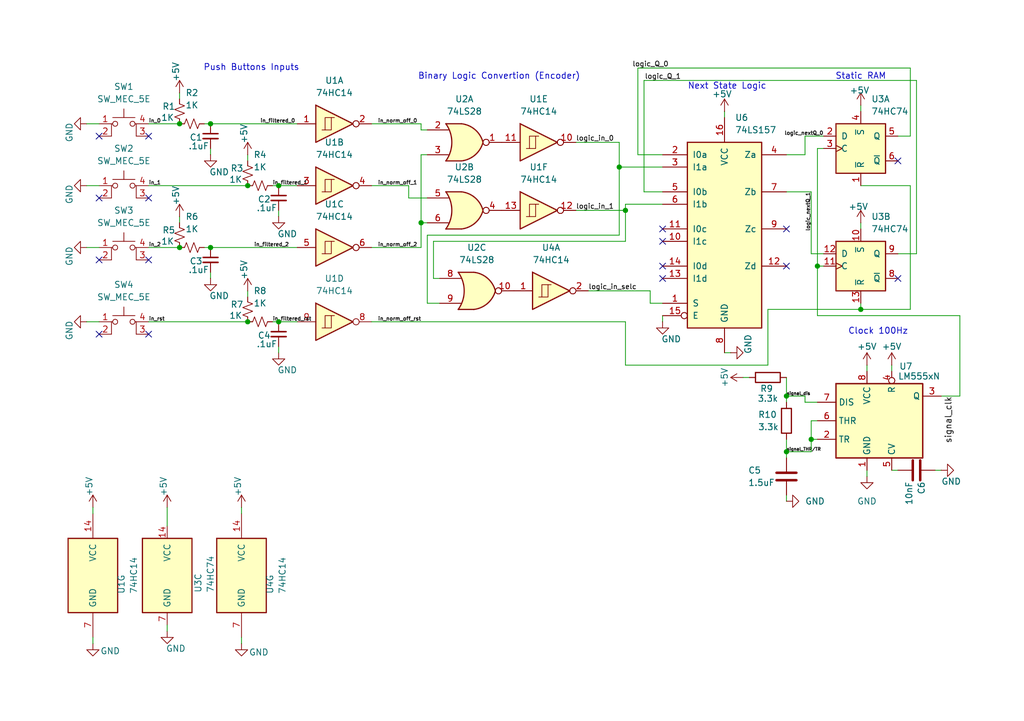
<source format=kicad_sch>
(kicad_sch (version 20250114) (generator "eeschema") (generator_version "9.0")
  (paper "A5")
  (title_block (title "Adjustable Digital Resistor") (date "2025-12-10") (rev "1"))
  (lib_symbols
    (symbol "74xx:74HC14" (pin_names (offset 1.016))
      (property "Reference" "U" (at 0 1.27 0))
      (property "Value" "74HC14" (at 0 -1.27 0))
      (symbol "74HC14_1_0"
        (polyline (pts (xy -3.81 3.81) (xy -3.81 -3.81) (xy 3.81 0) (xy -3.81 3.81)) (stroke (width 0.254)) (fill (type background)))
        (pin input line (at -7.62 0 0) (length 3.81) (name "~") (number "1"))
        (pin output inverted (at 7.62 0 180) (length 3.81) (name "~") (number "2"))
      )
      (symbol "74HC14_1_1"
        (polyline (pts (xy -2.54 -1.27) (xy -0.635 -1.27) (xy -0.635 1.27) (xy 0 1.27)))
        (polyline (pts (xy -1.905 -1.27) (xy -1.905 1.27) (xy -0.635 1.27)))
      )
      (symbol "74HC14_2_0"
        (polyline (pts (xy -3.81 3.81) (xy -3.81 -3.81) (xy 3.81 0) (xy -3.81 3.81)) (stroke (width 0.254)) (fill (type background)))
        (pin input line (at -7.62 0 0) (length 3.81) (name "~") (number "3"))
        (pin output inverted (at 7.62 0 180) (length 3.81) (name "~") (number "4"))
      )
      (symbol "74HC14_2_1"
        (polyline (pts (xy -2.54 -1.27) (xy -0.635 -1.27) (xy -0.635 1.27) (xy 0 1.27)))
        (polyline (pts (xy -1.905 -1.27) (xy -1.905 1.27) (xy -0.635 1.27)))
      )
      (symbol "74HC14_3_0"
        (polyline (pts (xy -3.81 3.81) (xy -3.81 -3.81) (xy 3.81 0) (xy -3.81 3.81)) (stroke (width 0.254)) (fill (type background)))
        (pin input line (at -7.62 0 0) (length 3.81) (name "~") (number "5"))
        (pin output inverted (at 7.62 0 180) (length 3.81) (name "~") (number "6"))
      )
      (symbol "74HC14_3_1"
        (polyline (pts (xy -2.54 -1.27) (xy -0.635 -1.27) (xy -0.635 1.27) (xy 0 1.27)))
        (polyline (pts (xy -1.905 -1.27) (xy -1.905 1.27) (xy -0.635 1.27)))
      )
      (symbol "74HC14_4_0"
        (polyline (pts (xy -3.81 3.81) (xy -3.81 -3.81) (xy 3.81 0) (xy -3.81 3.81)) (stroke (width 0.254)) (fill (type background)))
        (pin input line (at -7.62 0 0) (length 3.81) (name "~") (number "9"))
        (pin output inverted (at 7.62 0 180) (length 3.81) (name "~") (number "8"))
      )
      (symbol "74HC14_4_1"
        (polyline (pts (xy -2.54 -1.27) (xy -0.635 -1.27) (xy -0.635 1.27) (xy 0 1.27)))
        (polyline (pts (xy -1.905 -1.27) (xy -1.905 1.27) (xy -0.635 1.27)))
      )
      (symbol "74HC14_5_0"
        (polyline (pts (xy -3.81 3.81) (xy -3.81 -3.81) (xy 3.81 0) (xy -3.81 3.81)) (stroke (width 0.254)) (fill (type background)))
        (pin input line (at -7.62 0 0) (length 3.81) (name "~") (number "11"))
        (pin output inverted (at 7.62 0 180) (length 3.81) (name "~") (number "10"))
      )
      (symbol "74HC14_5_1"
        (polyline (pts (xy -2.54 -1.27) (xy -0.635 -1.27) (xy -0.635 1.27) (xy 0 1.27)))
        (polyline (pts (xy -1.905 -1.27) (xy -1.905 1.27) (xy -0.635 1.27)))
      )
      (symbol "74HC14_6_0"
        (polyline (pts (xy -3.81 3.81) (xy -3.81 -3.81) (xy 3.81 0) (xy -3.81 3.81)) (stroke (width 0.254)) (fill (type background)))
        (pin input line (at -7.62 0 0) (length 3.81) (name "~") (number "13"))
        (pin output inverted (at 7.62 0 180) (length 3.81) (name "~") (number "12"))
      )
      (symbol "74HC14_6_1"
        (polyline (pts (xy -2.54 -1.27) (xy -0.635 -1.27) (xy -0.635 1.27) (xy 0 1.27)))
        (polyline (pts (xy -1.905 -1.27) (xy -1.905 1.27) (xy -0.635 1.27)))
      )
      (symbol "74HC14_7_0"
        (pin power_in line (at 0 12.7 270) (length 5.08) (name "VCC") (number "14"))
        (pin power_in line (at 0 -12.7 90) (length 5.08) (name "GND") (number "7"))
      )
      (symbol "74HC14_7_1"
        (rectangle (start -5.08 7.62) (end 5.08 -7.62) (stroke (width 0.254)) (fill (type background)))
      )
    )
    (symbol "74xx:74HC74" (pin_names (offset 1.016))
      (property "Reference" "U" (at -7.62 8.89 0))
      (property "Value" "74HC74" (at -7.62 -8.89 0))
      (symbol "74HC74_1_0"
        (pin input line (at -7.62 2.54 0) (length 2.54) (name "D") (number "2"))
        (pin input clock (at -7.62 0 0) (length 2.54) (name "C") (number "3"))
        (pin input line (at 0 7.62 270) (length 2.54) (name "~{S}") (number "4"))
        (pin input line (at 0 -7.62 90) (length 2.54) (name "~{R}") (number "1"))
        (pin output line (at 7.62 2.54 180) (length 2.54) (name "Q") (number "5"))
        (pin output line (at 7.62 -2.54 180) (length 2.54) (name "~{Q}") (number "6"))
      )
      (symbol "74HC74_1_1"
        (rectangle (start -5.08 5.08) (end 5.08 -5.08) (stroke (width 0.254)) (fill (type background)))
      )
      (symbol "74HC74_2_0"
        (pin input line (at -7.62 2.54 0) (length 2.54) (name "D") (number "12"))
        (pin input clock (at -7.62 0 0) (length 2.54) (name "C") (number "11"))
        (pin input line (at 0 7.62 270) (length 2.54) (name "~{S}") (number "10"))
        (pin input line (at 0 -7.62 90) (length 2.54) (name "~{R}") (number "13"))
        (pin output line (at 7.62 2.54 180) (length 2.54) (name "Q") (number "9"))
        (pin output line (at 7.62 -2.54 180) (length 2.54) (name "~{Q}") (number "8"))
      )
      (symbol "74HC74_2_1"
        (rectangle (start -5.08 5.08) (end 5.08 -5.08) (stroke (width 0.254)) (fill (type background)))
      )
      (symbol "74HC74_3_0"
        (pin power_in line (at 0 10.16 270) (length 2.54) (name "VCC") (number "14"))
        (pin power_in line (at 0 -10.16 90) (length 2.54) (name "GND") (number "7"))
      )
      (symbol "74HC74_3_1"
        (rectangle (start -5.08 7.62) (end 5.08 -7.62) (stroke (width 0.254)) (fill (type background)))
      )
    )
    (symbol "74xx:74LS157" (pin_names (offset 1.016))
      (property "Reference" "U" (at -7.62 19.05 0))
      (property "Value" "74LS157" (at -7.62 -21.59 0))
      (symbol "74LS157_1_0"
        (pin input line (at -12.7 15.24 0) (length 5.08) (name "I0a") (number "2"))
        (pin input line (at -12.7 12.7 0) (length 5.08) (name "I1a") (number "3"))
        (pin input line (at -12.7 7.62 0) (length 5.08) (name "I0b") (number "5"))
        (pin input line (at -12.7 5.08 0) (length 5.08) (name "I1b") (number "6"))
        (pin input line (at -12.7 0 0) (length 5.08) (name "I0c") (number "11"))
        (pin input line (at -12.7 -2.54 0) (length 5.08) (name "I1c") (number "10"))
        (pin input line (at -12.7 -7.62 0) (length 5.08) (name "I0d") (number "14"))
        (pin input line (at -12.7 -10.16 0) (length 5.08) (name "I1d") (number "13"))
        (pin input line (at -12.7 -15.24 0) (length 5.08) (name "S") (number "1"))
        (pin input inverted (at -12.7 -17.78 0) (length 5.08) (name "E") (number "15"))
        (pin power_in line (at 0 22.86 270) (length 5.08) (name "VCC") (number "16"))
        (pin power_in line (at 0 -25.4 90) (length 5.08) (name "GND") (number "8"))
        (pin output line (at 12.7 15.24 180) (length 5.08) (name "Za") (number "4"))
        (pin output line (at 12.7 7.62 180) (length 5.08) (name "Zb") (number "7"))
        (pin output line (at 12.7 0 180) (length 5.08) (name "Zc") (number "9"))
        (pin output line (at 12.7 -7.62 180) (length 5.08) (name "Zd") (number "12"))
      )
      (symbol "74LS157_1_1"
        (rectangle (start -7.62 17.78) (end 7.62 -20.32) (stroke (width 0.254)) (fill (type background)))
      )
    )
    (symbol "74xx:74LS28" (pin_names (offset 1.016))
      (property "Reference" "U" (at 0 1.27 0))
      (property "Value" "74LS28" (at 0 -1.27 0))
      (symbol "74LS28_1_1"
        (arc (start -3.81 3.81) (mid -2.589 0) (end -3.81 -3.81) (stroke (width 0.254)))
        (polyline (pts (xy -3.81 3.81) (xy -0.635 3.81)) (stroke (width 0.254)) (fill (type background)))
        (polyline (pts (xy -3.81 -3.81) (xy -0.635 -3.81)) (stroke (width 0.254)) (fill (type background)))
        (arc (start 3.81 0) (mid 2.1855 -2.584) (end -0.6096 -3.81) (stroke (width 0.254)) (fill (type background)))
        (arc (start -0.6096 3.81) (mid 2.1928 2.5924) (end 3.81 0) (stroke (width 0.254)) (fill (type background)))
        (polyline (pts (xy -0.635 3.81) (xy -3.81 3.81) (xy -3.81 3.81) (xy -3.556 3.4036) (xy -3.0226 2.2606) (xy -2.6924 1.0414) (xy -2.6162 -0.254) (xy -2.7686 -1.4986) (xy -3.175 -2.7178) (xy -3.81 -3.81) (xy -3.81 -3.81) (xy -0.635 -3.81)) (stroke (width -25.4)) (fill (type background)))
        (pin input line (at -7.62 2.54 0) (length 4.318) (name "~") (number "2"))
        (pin input line (at -7.62 -2.54 0) (length 4.318) (name "~") (number "3"))
        (pin output inverted (at 7.62 0 180) (length 3.81) (name "~") (number "1"))
      )
      (symbol "74LS28_1_2"
        (arc (start 0 3.81) (mid 3.7934 0) (end 0 -3.81) (stroke (width 0.254)) (fill (type background)))
        (polyline (pts (xy 0 3.81) (xy -3.81 3.81) (xy -3.81 -3.81) (xy 0 -3.81)) (stroke (width 0.254)) (fill (type background)))
        (pin input inverted (at -7.62 2.54 0) (length 3.81) (name "~") (number "2"))
        (pin input inverted (at -7.62 -2.54 0) (length 3.81) (name "~") (number "3"))
        (pin output line (at 7.62 0 180) (length 3.81) (name "~") (number "1"))
      )
      (symbol "74LS28_2_1"
        (arc (start -3.81 3.81) (mid -2.589 0) (end -3.81 -3.81) (stroke (width 0.254)))
        (polyline (pts (xy -3.81 3.81) (xy -0.635 3.81)) (stroke (width 0.254)) (fill (type background)))
        (polyline (pts (xy -3.81 -3.81) (xy -0.635 -3.81)) (stroke (width 0.254)) (fill (type background)))
        (arc (start 3.81 0) (mid 2.1855 -2.584) (end -0.6096 -3.81) (stroke (width 0.254)) (fill (type background)))
        (arc (start -0.6096 3.81) (mid 2.1928 2.5924) (end 3.81 0) (stroke (width 0.254)) (fill (type background)))
        (polyline (pts (xy -0.635 3.81) (xy -3.81 3.81) (xy -3.81 3.81) (xy -3.556 3.4036) (xy -3.0226 2.2606) (xy -2.6924 1.0414) (xy -2.6162 -0.254) (xy -2.7686 -1.4986) (xy -3.175 -2.7178) (xy -3.81 -3.81) (xy -3.81 -3.81) (xy -0.635 -3.81)) (stroke (width -25.4)) (fill (type background)))
        (pin input line (at -7.62 2.54 0) (length 4.318) (name "~") (number "5"))
        (pin input line (at -7.62 -2.54 0) (length 4.318) (name "~") (number "6"))
        (pin output inverted (at 7.62 0 180) (length 3.81) (name "~") (number "4"))
      )
      (symbol "74LS28_2_2"
        (arc (start 0 3.81) (mid 3.7934 0) (end 0 -3.81) (stroke (width 0.254)) (fill (type background)))
        (polyline (pts (xy 0 3.81) (xy -3.81 3.81) (xy -3.81 -3.81) (xy 0 -3.81)) (stroke (width 0.254)) (fill (type background)))
        (pin input inverted (at -7.62 2.54 0) (length 3.81) (name "~") (number "5"))
        (pin input inverted (at -7.62 -2.54 0) (length 3.81) (name "~") (number "6"))
        (pin output line (at 7.62 0 180) (length 3.81) (name "~") (number "4"))
      )
      (symbol "74LS28_3_1"
        (arc (start -3.81 3.81) (mid -2.589 0) (end -3.81 -3.81) (stroke (width 0.254)))
        (polyline (pts (xy -3.81 3.81) (xy -0.635 3.81)) (stroke (width 0.254)) (fill (type background)))
        (polyline (pts (xy -3.81 -3.81) (xy -0.635 -3.81)) (stroke (width 0.254)) (fill (type background)))
        (arc (start 3.81 0) (mid 2.1855 -2.584) (end -0.6096 -3.81) (stroke (width 0.254)) (fill (type background)))
        (arc (start -0.6096 3.81) (mid 2.1928 2.5924) (end 3.81 0) (stroke (width 0.254)) (fill (type background)))
        (polyline (pts (xy -0.635 3.81) (xy -3.81 3.81) (xy -3.81 3.81) (xy -3.556 3.4036) (xy -3.0226 2.2606) (xy -2.6924 1.0414) (xy -2.6162 -0.254) (xy -2.7686 -1.4986) (xy -3.175 -2.7178) (xy -3.81 -3.81) (xy -3.81 -3.81) (xy -0.635 -3.81)) (stroke (width -25.4)) (fill (type background)))
        (pin input line (at -7.62 2.54 0) (length 4.318) (name "~") (number "8"))
        (pin input line (at -7.62 -2.54 0) (length 4.318) (name "~") (number "9"))
        (pin output inverted (at 7.62 0 180) (length 3.81) (name "~") (number "10"))
      )
      (symbol "74LS28_3_2"
        (arc (start 0 3.81) (mid 3.7934 0) (end 0 -3.81) (stroke (width 0.254)) (fill (type background)))
        (polyline (pts (xy 0 3.81) (xy -3.81 3.81) (xy -3.81 -3.81) (xy 0 -3.81)) (stroke (width 0.254)) (fill (type background)))
        (pin input inverted (at -7.62 2.54 0) (length 3.81) (name "~") (number "8"))
        (pin input inverted (at -7.62 -2.54 0) (length 3.81) (name "~") (number "9"))
        (pin output line (at 7.62 0 180) (length 3.81) (name "~") (number "10"))
      )
      (symbol "74LS28_4_1"
        (arc (start -3.81 3.81) (mid -2.589 0) (end -3.81 -3.81) (stroke (width 0.254)))
        (polyline (pts (xy -3.81 3.81) (xy -0.635 3.81)) (stroke (width 0.254)) (fill (type background)))
        (polyline (pts (xy -3.81 -3.81) (xy -0.635 -3.81)) (stroke (width 0.254)) (fill (type background)))
        (arc (start 3.81 0) (mid 2.1855 -2.584) (end -0.6096 -3.81) (stroke (width 0.254)) (fill (type background)))
        (arc (start -0.6096 3.81) (mid 2.1928 2.5924) (end 3.81 0) (stroke (width 0.254)) (fill (type background)))
        (polyline (pts (xy -0.635 3.81) (xy -3.81 3.81) (xy -3.81 3.81) (xy -3.556 3.4036) (xy -3.0226 2.2606) (xy -2.6924 1.0414) (xy -2.6162 -0.254) (xy -2.7686 -1.4986) (xy -3.175 -2.7178) (xy -3.81 -3.81) (xy -3.81 -3.81) (xy -0.635 -3.81)) (stroke (width -25.4)) (fill (type background)))
        (pin input line (at -7.62 2.54 0) (length 4.318) (name "~") (number "11"))
        (pin input line (at -7.62 -2.54 0) (length 4.318) (name "~") (number "12"))
        (pin output inverted (at 7.62 0 180) (length 3.81) (name "~") (number "13"))
      )
      (symbol "74LS28_4_2"
        (arc (start 0 3.81) (mid 3.7934 0) (end 0 -3.81) (stroke (width 0.254)) (fill (type background)))
        (polyline (pts (xy 0 3.81) (xy -3.81 3.81) (xy -3.81 -3.81) (xy 0 -3.81)) (stroke (width 0.254)) (fill (type background)))
        (pin input inverted (at -7.62 2.54 0) (length 3.81) (name "~") (number "11"))
        (pin input inverted (at -7.62 -2.54 0) (length 3.81) (name "~") (number "12"))
        (pin output line (at 7.62 0 180) (length 3.81) (name "~") (number "13"))
      )
      (symbol "74LS28_5_0"
        (pin power_in line (at 0 12.7 270) (length 5.08) (name "VCC") (number "14"))
        (pin power_in line (at 0 -12.7 90) (length 5.08) (name "GND") (number "7"))
      )
      (symbol "74LS28_5_1"
        (rectangle (start -5.08 7.62) (end 5.08 -7.62) (stroke (width 0.254)) (fill (type background)))
      )
    )
    (symbol "Device:C" (pin_numbers (hide yes)) (pin_names (offset 0.254))
      (property "Reference" "C" (at 0.635 2.54 0))
      (property "Value" "C" (at 0.635 -2.54 0))
      (symbol "C_0_1"
        (polyline (pts (xy -2.032 0.762) (xy 2.032 0.762)) (stroke (width 0.508)))
        (polyline (pts (xy -2.032 -0.762) (xy 2.032 -0.762)) (stroke (width 0.508)))
      )
      (symbol "C_1_1"
        (pin passive line (at 0 3.81 270) (length 2.794) (name "~") (number "1"))
        (pin passive line (at 0 -3.81 90) (length 2.794) (name "~") (number "2"))
      )
    )
    (symbol "Device:C_Small" (pin_numbers (hide yes)) (pin_names (offset 0.254) (hide yes))
      (property "Reference" "C" (at 0.254 1.778 0))
      (property "Value" "C_Small" (at 0.254 -2.032 0))
      (symbol "C_Small_0_1"
        (polyline (pts (xy -1.524 0.508) (xy 1.524 0.508)) (stroke (width 0.3048)))
        (polyline (pts (xy -1.524 -0.508) (xy 1.524 -0.508)) (stroke (width 0.3302)))
      )
      (symbol "C_Small_1_1"
        (pin passive line (at 0 2.54 270) (length 2.032) (name "~") (number "1"))
        (pin passive line (at 0 -2.54 90) (length 2.032) (name "~") (number "2"))
      )
    )
    (symbol "Device:R" (pin_numbers (hide yes)) (pin_names (offset 0))
      (property "Reference" "R" (at 2.032 0 90))
      (property "Value" "R" (at 0 0 90))
      (symbol "R_0_1"
        (rectangle (start -1.016 -2.54) (end 1.016 2.54) (stroke (width 0.254)))
      )
      (symbol "R_1_1"
        (pin passive line (at 0 3.81 270) (length 1.27) (name "~") (number "1"))
        (pin passive line (at 0 -3.81 90) (length 1.27) (name "~") (number "2"))
      )
    )
    (symbol "Device:R_Small_US" (pin_numbers (hide yes)) (pin_names (offset 0.254) (hide yes))
      (property "Reference" "R" (at 0.762 0.508 0))
      (property "Value" "R_Small_US" (at 0.762 -1.016 0))
      (symbol "R_Small_US_1_1"
        (polyline (pts (xy 0 1.524) (xy 1.016 1.143) (xy 0 0.762) (xy -1.016 0.381) (xy 0 0)))
        (polyline (pts (xy 0 0) (xy 1.016 -0.381) (xy 0 -0.762) (xy -1.016 -1.143) (xy 0 -1.524)))
        (pin passive line (at 0 2.54 270) (length 1.016) (name "~") (number "1"))
        (pin passive line (at 0 -2.54 90) (length 1.016) (name "~") (number "2"))
      )
    )
    (symbol "LM555xN_1"
      (property "Reference" "U7" (at 5.588 11.176 0))
      (property "Value" "LM555xN" (at 5.334 9.144 0))
      (symbol "LM555xN_1_0_0"
        (pin power_in line (at -2.54 10.16 270) (length 2.54) (name "VCC") (number "8"))
        (pin power_in line (at -2.54 -10.16 90) (length 2.54) (name "GND") (number "1"))
      )
      (symbol "LM555xN_1_0_1"
        (rectangle (start -8.89 -7.62) (end 8.89 7.62) (stroke (width 0.254)) (fill (type background)))
        (rectangle (start -8.89 -7.62) (end 8.89 7.62) (stroke (width 0.254)) (fill (type background)))
      )
      (symbol "LM555xN_1_1_1"
        (pin input line (at -12.7 3.81 0) (length 3.81) (name "DIS") (number "7"))
        (pin input line (at -12.7 0 0) (length 3.81) (name "THR") (number "6"))
        (pin input line (at -12.7 -3.81 0) (length 3.81) (name "TR") (number "2"))
        (pin input inverted (at 2.54 10.16 270) (length 2.54) (name "R") (number "4"))
        (pin input line (at 2.54 -10.16 90) (length 2.54) (name "CV") (number "5"))
        (pin output line (at 12.7 5.08 180) (length 3.81) (name "Q") (number "3"))
      )
    )
    (symbol "Switch:SW_MEC_5E" (pin_names (offset 1.016) (hide yes))
      (property "Reference" "SW" (at 0.635 5.715 0))
      (property "Value" "SW_MEC_5E" (at 0 -3.175 0))
      (symbol "SW_MEC_5E_0_1"
        (polyline (pts (xy -2.54 0) (xy -2.54 2.54) (xy -2.286 2.54)))
        (polyline (pts (xy -2.286 3.81) (xy 2.286 3.81)))
        (circle (center -1.778 2.54) (radius 0.508))
        (polyline (pts (xy 0 3.81) (xy 0 5.588)))
        (circle (center 1.778 2.54) (radius 0.508))
        (polyline (pts (xy 2.54 0) (xy 2.54 2.54) (xy 2.286 2.54)))
        (pin passive line (at -5.08 2.54 0) (length 2.54) (name "1") (number "1"))
        (pin passive line (at -5.08 0 0) (length 2.54) (name "2") (number "2"))
        (pin passive line (at 5.08 2.54 180) (length 2.54) (name "A") (number "4"))
        (pin passive line (at 5.08 0 180) (length 2.54) (name "K") (number "3"))
      )
    )
    (symbol "power:GND" (power) (pin_numbers (hide yes)) (pin_names (offset 0) (hide yes))
      (property "Value" "GND" (at 0 -3.81 0))
      (symbol "GND_0_1"
        (polyline (pts (xy 0 0) (xy 0 -1.27) (xy 1.27 -1.27) (xy 0 -2.54) (xy -1.27 -1.27) (xy 0 -1.27)))
      )
      (symbol "GND_1_1"
        (pin power_in line (at 0 0 270) (length 0) (name "~") (number "1"))
      )
    )
    (symbol "power:VDC" (power) (pin_numbers (hide yes)) (pin_names (offset 0) (hide yes))
      (property "Value" "VDC" (at 0 3.556 0))
      (symbol "VDC_0_1"
        (polyline (pts (xy -0.762 1.27) (xy 0 2.54)))
        (polyline (pts (xy 0 2.54) (xy 0.762 1.27)))
        (polyline (pts (xy 0 0) (xy 0 2.54)))
      )
      (symbol "VDC_1_1"
        (pin power_in line (at 0 0 90) (length 0) (name "~") (number "1"))
      )
    )
  )
  (text "Push Buttons Inputs\n " (at 51.562 14.986 0) (effects (font (size 1.27 1.27))))
  (text "Clock 100Hz" (at 180.086 68.072 0) (effects (font (size 1.27 1.27))))
  (text "Binary Logic Convertion (Encoder)\n" (at 102.362 15.748 0) (effects (font (size 1.27 1.27))))
  (text "Static RAM" (at 176.53 15.748 0) (effects (font (size 1.27 1.27))))
  (text "Next State Logic \n" (at 149.606 17.78 0) (effects (font (size 1.27 1.27))))
  (junction (at 36.83 25.4))
  (junction (at 161.29 81.28))
  (junction (at 86.36 45.72))
  (junction (at 57.15 38.1))
  (junction (at 50.8 38.1))
  (junction (at 167.64 54.61))
  (junction (at 161.29 92.71))
  (junction (at 127 34.29))
  (junction (at 166.37 90.17))
  (junction (at 176.53 63.5))
  (junction (at 43.18 25.4))
  (junction (at 43.18 50.8))
  (junction (at 36.83 50.8))
  (junction (at 50.8 66.04))
  (junction (at 128.27 43.18))
  (junction (at 57.15 66.04))
  (no_connect (at 161.29 46.99))
  (no_connect (at 184.15 57.15))
  (no_connect (at 161.29 54.61))
  (no_connect (at 20.32 27.94))
  (no_connect (at 20.32 68.58))
  (no_connect (at 20.32 53.34))
  (no_connect (at 135.89 57.15))
  (no_connect (at 30.48 53.34))
  (no_connect (at 30.48 40.64))
  (no_connect (at 135.89 46.99))
  (no_connect (at 135.89 49.53))
  (no_connect (at 20.32 40.64))
  (no_connect (at 30.48 68.58))
  (no_connect (at 135.89 54.61))
  (no_connect (at 184.15 33.02))
  (no_connect (at 30.48 27.94))
  (wire (pts (xy 87.63 31.75) (xy 86.36 31.75)))
  (wire (pts (xy 148.59 72.39) (xy 149.86 72.39)))
  (wire (pts (xy 165.1 82.55) (xy 165.1 81.28)))
  (wire (pts (xy 135.89 41.91) (xy 128.27 41.91)))
  (wire (pts (xy 135.89 34.29) (xy 127 34.29)))
  (wire (pts (xy 127 29.21) (xy 118.11 29.21)))
  (wire (pts (xy 161.29 39.37) (xy 166.37 39.37)))
  (wire (pts (xy 49.53 104.14) (xy 49.53 105.41)))
  (wire (pts (xy 43.18 30.48) (xy 43.18 31.75)))
  (wire (pts (xy 88.9 49.53) (xy 88.9 57.15)))
  (wire (pts (xy 184.15 27.94) (xy 186.69 27.94)))
  (wire (pts (xy 187.96 52.07) (xy 187.96 16.51)))
  (wire (pts (xy 57.15 38.1) (xy 60.96 38.1)))
  (wire (pts (xy 127 48.26) (xy 87.63 48.26)))
  (wire (pts (xy 186.69 13.97) (xy 130.81 13.97)))
  (wire (pts (xy 76.2 25.4) (xy 86.36 25.4)))
  (wire (pts (xy 30.48 50.8) (xy 36.83 50.8)))
  (wire (pts (xy 168.91 30.48) (xy 167.64 30.48)))
  (wire (pts (xy 186.69 38.1) (xy 186.69 63.5)))
  (wire (pts (xy 130.81 31.75) (xy 135.89 31.75)))
  (wire (pts (xy 128.27 41.91) (xy 128.27 43.18)))
  (wire (pts (xy 177.8 96.52) (xy 177.8 97.79)))
  (wire (pts (xy 167.64 30.48) (xy 167.64 54.61)))
  (wire (pts (xy 76.2 38.1) (xy 83.82 38.1)))
  (wire (pts (xy 128.27 49.53) (xy 88.9 49.53)))
  (wire (pts (xy 17.78 50.8) (xy 20.32 50.8)))
  (wire (pts (xy 34.29 104.14) (xy 34.29 107.95)))
  (wire (pts (xy 30.48 38.1) (xy 50.8 38.1)))
  (wire (pts (xy 49.53 130.81) (xy 49.53 132.08)))
  (wire (pts (xy 127 34.29) (xy 127 48.26)))
  (wire (pts (xy 135.89 64.77) (xy 135.89 66.04)))
  (wire (pts (xy 161.29 31.75) (xy 165.1 31.75)))
  (wire (pts (xy 76.2 50.8) (xy 86.36 50.8)))
  (wire (pts (xy 161.29 81.28) (xy 161.29 82.55)))
  (wire (pts (xy 165.1 82.55) (xy 167.64 82.55)))
  (wire (pts (xy 161.29 90.17) (xy 161.29 92.71)))
  (wire (pts (xy 120.65 59.69) (xy 133.35 59.69)))
  (wire (pts (xy 161.29 92.71) (xy 166.37 92.71)))
  (wire (pts (xy 157.48 63.5) (xy 157.48 74.93)))
  (wire (pts (xy 87.63 40.64) (xy 83.82 40.64)))
  (wire (pts (xy 196.85 81.28) (xy 196.85 64.77)))
  (wire (pts (xy 17.78 38.1) (xy 20.32 38.1)))
  (wire (pts (xy 191.77 96.52) (xy 193.04 96.52)))
  (wire (pts (xy 88.9 57.15) (xy 90.17 57.15)))
  (wire (pts (xy 19.05 130.81) (xy 19.05 132.08)))
  (wire (pts (xy 128.27 66.04) (xy 128.27 74.93)))
  (wire (pts (xy 132.08 39.37) (xy 135.89 39.37)))
  (wire (pts (xy 148.59 22.86) (xy 148.59 24.13)))
  (wire (pts (xy 176.53 63.5) (xy 186.69 63.5)))
  (wire (pts (xy 34.29 128.27) (xy 34.29 129.54)))
  (wire (pts (xy 166.37 92.71) (xy 166.37 90.17)))
  (wire (pts (xy 87.63 62.23) (xy 90.17 62.23)))
  (wire (pts (xy 128.27 43.18) (xy 118.11 43.18)))
  (wire (pts (xy 157.48 74.93) (xy 128.27 74.93)))
  (wire (pts (xy 55.88 38.1) (xy 57.15 38.1)))
  (wire (pts (xy 30.48 66.04) (xy 50.8 66.04)))
  (wire (pts (xy 43.18 50.8) (xy 60.96 50.8)))
  (wire (pts (xy 186.69 27.94) (xy 186.69 13.97)))
  (wire (pts (xy 166.37 86.36) (xy 166.37 90.17)))
  (wire (pts (xy 187.96 16.51) (xy 132.08 16.51)))
  (wire (pts (xy 57.15 43.18) (xy 57.15 44.45)))
  (wire (pts (xy 130.81 13.97) (xy 130.81 31.75)))
  (wire (pts (xy 87.63 48.26) (xy 87.63 62.23)))
  (wire (pts (xy 135.89 62.23) (xy 133.35 62.23)))
  (wire (pts (xy 133.35 62.23) (xy 133.35 59.69)))
  (wire (pts (xy 50.8 59.69) (xy 50.8 60.96)))
  (wire (pts (xy 167.64 54.61) (xy 167.64 64.77)))
  (wire (pts (xy 161.29 92.71) (xy 161.29 93.98)))
  (wire (pts (xy 43.18 25.4) (xy 60.96 25.4)))
  (wire (pts (xy 176.53 45.72) (xy 176.53 46.99)))
  (wire (pts (xy 76.2 66.04) (xy 128.27 66.04)))
  (wire (pts (xy 83.82 40.64) (xy 83.82 38.1)))
  (wire (pts (xy 132.08 16.51) (xy 132.08 39.37)))
  (wire (pts (xy 165.1 27.94) (xy 165.1 31.75)))
  (wire (pts (xy 166.37 90.17) (xy 167.64 90.17)))
  (wire (pts (xy 87.63 26.67) (xy 86.36 26.67)))
  (wire (pts (xy 50.8 31.75) (xy 50.8 33.02)))
  (wire (pts (xy 166.37 52.07) (xy 168.91 52.07)))
  (wire (pts (xy 167.64 86.36) (xy 166.37 86.36)))
  (wire (pts (xy 36.83 44.45) (xy 36.83 45.72)))
  (wire (pts (xy 167.64 54.61) (xy 168.91 54.61)))
  (wire (pts (xy 36.83 19.05) (xy 36.83 20.32)))
  (wire (pts (xy 176.53 62.23) (xy 176.53 63.5)))
  (wire (pts (xy 161.29 81.28) (xy 165.1 81.28)))
  (wire (pts (xy 41.91 50.8) (xy 43.18 50.8)))
  (wire (pts (xy 17.78 66.04) (xy 20.32 66.04)))
  (wire (pts (xy 86.36 26.67) (xy 86.36 25.4)))
  (wire (pts (xy 166.37 52.07) (xy 166.37 39.37)))
  (wire (pts (xy 161.29 77.47) (xy 161.29 81.28)))
  (wire (pts (xy 196.85 64.77) (xy 167.64 64.77)))
  (wire (pts (xy 176.53 21.59) (xy 176.53 22.86)))
  (wire (pts (xy 176.53 63.5) (xy 157.48 63.5)))
  (wire (pts (xy 184.15 52.07) (xy 187.96 52.07)))
  (wire (pts (xy 86.36 45.72) (xy 87.63 45.72)))
  (wire (pts (xy 152.4 77.47) (xy 153.67 77.47)))
  (wire (pts (xy 182.88 74.93) (xy 182.88 76.2)))
  (wire (pts (xy 177.8 74.93) (xy 177.8 76.2)))
  (wire (pts (xy 168.91 27.94) (xy 165.1 27.94)))
  (wire (pts (xy 86.36 45.72) (xy 86.36 50.8)))
  (wire (pts (xy 161.29 101.6) (xy 161.29 102.87)))
  (wire (pts (xy 41.91 25.4) (xy 43.18 25.4)))
  (wire (pts (xy 43.18 55.88) (xy 43.18 57.15)))
  (wire (pts (xy 55.88 66.04) (xy 57.15 66.04)))
  (wire (pts (xy 86.36 31.75) (xy 86.36 45.72)))
  (wire (pts (xy 193.04 81.28) (xy 196.85 81.28)))
  (wire (pts (xy 57.15 71.12) (xy 57.15 72.39)))
  (wire (pts (xy 176.53 38.1) (xy 186.69 38.1)))
  (wire (pts (xy 57.15 66.04) (xy 60.96 66.04)))
  (wire (pts (xy 19.05 104.14) (xy 19.05 105.41)))
  (wire (pts (xy 127 34.29) (xy 127 29.21)))
  (wire (pts (xy 128.27 43.18) (xy 128.27 49.53)))
  (wire (pts (xy 182.88 96.52) (xy 184.15 96.52)))
  (wire (pts (xy 17.78 25.4) (xy 20.32 25.4)))
  (wire (pts (xy 30.48 25.4) (xy 36.83 25.4)))
  (label "logic_Q_1" (at 139.7 16.51 180) (effects (font (size 1.016 1.016))))
  (label "in_2" (at 30.48 50.8 0) (effects (font (size 0.762 0.762))))
  (label "logic_nextQ_1" (at 166.37 39.37 270) (effects (font (size 0.762 0.762))))
  (label "signal_THR{slash}TR" (at 161.29 92.71 0) (effects (font (size 0.635 0.635))))
  (label "in_filtered_rst" (at 55.88 66.04 0) (effects (font (size 0.762 0.762))))
  (label "in_filtered_2" (at 52.07 50.8 0) (effects (font (size 0.762 0.762))))
  (label "logic_Q_0" (at 137.16 13.97 180) (effects (font (size 1.016 1.016))))
  (label "in_filtered_0" (at 53.34 25.4 0) (effects (font (size 0.762 0.762))))
  (label "logic_nextQ_0" (at 168.91 27.94 180) (effects (font (size 0.762 0.762))))
  (label "in_filtered_1" (at 55.88 38.1 0) (effects (font (size 0.762 0.762))))
  (label "in_rst" (at 30.48 66.04 0) (effects (font (size 0.762 0.762))))
  (label "logic_in_0" (at 118.11 29.21 0) (effects (font (size 1.016 1.016))))
  (label "logic_in_1" (at 118.11 43.18 0) (effects (font (size 1.016 1.016))))
  (label "in_norm_off_rst" (at 77.47 66.04 0) (effects (font (size 0.762 0.762))))
  (label "signal_dis" (at 161.29 81.28 0) (effects (font (size 0.635 0.635))))
  (label "logic_in_selc" (at 120.65 59.69 0) (effects (font (size 1.016 1.016))))
  (label "in_0" (at 30.48 25.4 0) (effects (font (size 0.762 0.762))))
  (label "in_norm_off_2" (at 77.47 50.8 0) (effects (font (size 0.762 0.762))))
  (label "signal_clk" (at 195.58 81.28 270))
  (label "in_norm_off_1" (at 77.47 38.1 0) (effects (font (size 0.762 0.762))))
  (label "in_norm_off_0" (at 77.47 25.4 0) (effects (font (size 0.762 0.762))))
  (label "in_1" (at 30.48 38.1 0) (effects (font (size 0.762 0.762))))
  (symbol (lib_id "power:GND") (at 17.78 38.1 270) (unit 1)
    (property "Reference" "#PWR02" (effects (hide yes)))
    (property "Value" "GND" (at 14.224 39.878 0))
    (property "Description" "Power symbol creates a global label with name \"GND\" , ground" (effects (hide yes)))
  )
  (symbol (lib_id "74xx:74HC14") (at 110.49 43.18 0) (unit 6)
    (property "Reference" "U1" (at 110.49 34.29 0))
    (property "Value" "74HC14" (at 110.49 36.83 0))
    (property "Datasheet" "http://www.ti.com/lit/gpn/sn74HC14" (effects (hide yes)))
    (property "Description" "Hex inverter schmitt trigger" (effects (hide yes)))
  )
  (symbol (lib_id "Device:R_Small_US") (at 50.8 35.56 180) (unit 1)
    (property "Reference" "R3" (at 47.244 34.544 0) (effects (justify right)))
    (property "Value" "1K" (at 46.99 36.83 0) (effects (justify right)))
    (property "Description" "Resistor, small US symbol" (effects (hide yes)))
  )
  (symbol (lib_id "Device:R_Small_US") (at 36.83 22.86 180) (unit 1)
    (property "Reference" "R1" (at 33.274 21.844 0) (effects (justify right)))
    (property "Value" "1K" (at 33.02 24.13 0) (effects (justify right)))
    (property "Description" "Resistor, small US symbol" (effects (hide yes)))
  )
  (symbol (lib_id "Device:C") (at 161.29 97.79 0) (unit 1)
    (property "Reference" "C5" (at 153.416 96.52 0) (effects (justify left)))
    (property "Value" "1.5uF" (at 153.416 99.06 0) (effects (justify left)))
    (property "Footprint" "Capacitor_SMD:C_0201_0603Metric" (effects (hide yes)))
    (property "Description" "Unpolarized capacitor" (effects (hide yes)))
  )
  (symbol (lib_id "power:VDC") (at 176.53 45.72 0) (unit 1)
    (property "Reference" "#PWR016" (effects (hide yes)))
    (property "Value" "+5V" (at 176.022 42.418 0))
    (property "Description" "Power symbol creates a global label with name \"VDC\"" (effects (hide yes)))
  )
  (symbol (lib_id "power:GND") (at 19.05 132.08 0) (unit 1)
    (property "Reference" "#PWR09" (effects (hide yes)))
    (property "Value" "GND" (at 22.606 133.604 0))
    (property "Description" "Power symbol creates a global label with name \"GND\" , ground" (effects (hide yes)))
  )
  (symbol (lib_id "Device:R") (at 157.48 77.47 90) (unit 1)
    (property "Reference" "R9" (at 157.226 79.756 90))
    (property "Value" "3.3k" (at 157.48 81.788 90))
    (property "Footprint" "Resistor_SMD:R_0201_0603Metric" (effects (hide yes)))
    (property "Description" "Resistor" (effects (hide yes)))
  )
  (symbol (lib_id "power:VDC") (at 50.8 31.75 0) (unit 1)
    (property "Reference" "#PWR04" (effects (hide yes)))
    (property "Value" "+5V" (at 50.038 27.432 90))
    (property "Description" "Power symbol creates a global label with name \"VDC\"" (effects (hide yes)))
  )
  (symbol (lib_id "Device:C_Small") (at 43.18 27.94 0) (unit 1)
    (property "Reference" "C1" (at 38.862 28.194 0) (effects (justify left)))
    (property "Value" ".1uF" (at 38.608 29.972 0) (effects (justify left)))
    (property "Description" "Unpolarized capacitor, small symbol" (effects (hide yes)))
  )
  (symbol (lib_id "Switch:SW_MEC_5E") (at 25.4 68.58 0) (unit 1)
    (property "Reference" "SW4" (at 25.4 58.42 0))
    (property "Value" "SW_MEC_5E" (at 25.4 60.96 0))
    (property "Datasheet" "http://www.apem.com/int/index.php?controller=attachment&id_attachment=1371" (effects (hide yes)))
    (property "Description" "MEC 5E single pole normally-open tactile switch" (effects (hide yes)))
  )
  (symbol (lib_id "power:VDC") (at 36.83 44.45 0) (unit 1)
    (property "Reference" "#PWR06" (effects (hide yes)))
    (property "Value" "+5V" (at 36.068 40.132 90))
    (property "Description" "Power symbol creates a global label with name \"VDC\"" (effects (hide yes)))
  )
  (symbol (lib_id "Switch:SW_MEC_5E") (at 25.4 53.34 0) (unit 1)
    (property "Reference" "SW3" (at 25.4 43.18 0))
    (property "Value" "SW_MEC_5E" (at 25.4 45.72 0))
    (property "Datasheet" "http://www.apem.com/int/index.php?controller=attachment&id_attachment=1371" (effects (hide yes)))
    (property "Description" "MEC 5E single pole normally-open tactile switch" (effects (hide yes)))
  )
  (symbol (lib_id "Device:R_Small_US") (at 50.8 63.5 180) (unit 1)
    (property "Reference" "R7" (at 47.244 62.484 0) (effects (justify right)))
    (property "Value" "1K" (at 46.99 64.77 0) (effects (justify right)))
    (property "Description" "Resistor, small US symbol" (effects (hide yes)))
  )
  (symbol (lib_id "Device:R_Small_US") (at 53.34 38.1 90) (unit 1)
    (property "Reference" "R4" (at 53.34 31.75 90))
    (property "Value" "1K" (at 53.34 34.29 90))
    (property "Description" "Resistor, small US symbol" (effects (hide yes)))
  )
  (symbol (lib_id "Switch:SW_MEC_5E") (at 25.4 40.64 0) (unit 1)
    (property "Reference" "SW2" (at 25.4 30.48 0))
    (property "Value" "SW_MEC_5E" (at 25.4 33.02 0))
    (property "Datasheet" "http://www.apem.com/int/index.php?controller=attachment&id_attachment=1371" (effects (hide yes)))
    (property "Description" "MEC 5E single pole normally-open tactile switch" (effects (hide yes)))
  )
  (symbol (lib_id "74xx:74LS28") (at 97.79 59.69 0) (unit 3)
    (property "Reference" "U2" (at 97.79 50.8 0))
    (property "Value" "74LS28" (at 97.79 53.34 0))
    (property "Datasheet" "http://eeshop.unl.edu/pdf/74ls28.pdf" (effects (hide yes)))
    (property "Description" "quad 2-input NOR buffer NRND" (effects (hide yes)))
  )
  (symbol (lib_id "power:VDC") (at 177.8 74.93 0) (unit 1)
    (property "Reference" "#PWR024" (effects (hide yes)))
    (property "Value" "+5V" (at 177.8 71.12 0))
    (property "Description" "Power symbol creates a global label with name \"VDC\"" (effects (hide yes)))
  )
  (symbol (lib_id "power:GND") (at 57.15 72.39 0) (unit 1)
    (property "Reference" "#PWR012" (effects (hide yes)))
    (property "Value" "GND" (at 58.928 75.946 0))
    (property "Description" "Power symbol creates a global label with name \"GND\" , ground" (effects (hide yes)))
  )
  (symbol (lib_id "74xx:74LS157") (at 148.59 46.99 0) (unit 1)
    (property "Reference" "U6" (at 150.7333 24.13 0) (effects (justify left)))
    (property "Value" "74LS157" (at 150.7333 26.67 0) (effects (justify left)))
    (property "Datasheet" "http://www.ti.com/lit/gpn/sn74LS157" (effects (hide yes)))
    (property "Description" "Quad 2 to 1 line Multiplexer" (effects (hide yes)))
  )
  (symbol (lib_id "power:GND") (at 17.78 25.4 270) (unit 1)
    (property "Reference" "#PWR01" (effects (hide yes)))
    (property "Value" "GND" (at 14.224 27.178 0))
    (property "Description" "Power symbol creates a global label with name \"GND\" , ground" (effects (hide yes)))
  )
  (symbol (lib_id "74xx:74LS28") (at 95.25 43.18 0) (unit 2)
    (property "Reference" "U2" (at 95.25 34.29 0))
    (property "Value" "74LS28" (at 95.25 36.83 0))
    (property "Datasheet" "http://eeshop.unl.edu/pdf/74ls28.pdf" (effects (hide yes)))
    (property "Description" "quad 2-input NOR buffer NRND" (effects (hide yes)))
  )
  (symbol (lib_id "power:VDC") (at 152.4 77.47 90) (unit 1)
    (property "Reference" "#PWR022" (effects (hide yes)))
    (property "Value" "+5V" (at 148.59 77.47 0))
    (property "Description" "Power symbol creates a global label with name \"VDC\"" (effects (hide yes)))
  )
  (symbol (lib_id "power:GND") (at 43.18 31.75 0) (unit 1)
    (property "Reference" "#PWR026" (effects (hide yes)))
    (property "Value" "GND" (at 44.958 35.306 0))
    (property "Description" "Power symbol creates a global label with name \"GND\" , ground" (effects (hide yes)))
  )
  (symbol (lib_id "Device:C_Small") (at 57.15 68.58 0) (unit 1)
    (property "Reference" "C4" (at 52.832 68.834 0) (effects (justify left)))
    (property "Value" ".1uF" (at 52.578 70.612 0) (effects (justify left)))
    (property "Description" "Unpolarized capacitor, small symbol" (effects (hide yes)))
  )
  (symbol (lib_id "power:VDC") (at 19.05 104.14 0) (unit 1)
    (property "Reference" "#PWR08" (effects (hide yes)))
    (property "Value" "+5V" (at 18.288 99.822 90))
    (property "Description" "Power symbol creates a global label with name \"VDC\"" (effects (hide yes)))
  )
  (symbol (lib_id "74xx:74HC14") (at 110.49 29.21 0) (unit 5)
    (property "Reference" "U1" (at 110.49 20.32 0))
    (property "Value" "74HC14" (at 110.49 22.86 0))
    (property "Datasheet" "http://www.ti.com/lit/gpn/sn74HC14" (effects (hide yes)))
    (property "Description" "Hex inverter schmitt trigger" (effects (hide yes)))
  )
  (symbol (lib_id "74xx:74LS28") (at 95.25 29.21 0) (unit 1)
    (property "Reference" "U2" (at 95.25 20.32 0))
    (property "Value" "74LS28" (at 95.25 22.86 0))
    (property "Datasheet" "http://eeshop.unl.edu/pdf/74ls28.pdf" (effects (hide yes)))
    (property "Description" "quad 2-input NOR buffer NRND" (effects (hide yes)))
  )
  (symbol (lib_id "power:VDC") (at 182.88 74.93 0) (unit 1)
    (property "Reference" "#PWR021" (effects (hide yes)))
    (property "Value" "+5V" (at 182.88 71.12 0))
    (property "Description" "Power symbol creates a global label with name \"VDC\"" (effects (hide yes)))
  )
  (symbol (lib_id "power:GND") (at 34.29 129.54 0) (unit 1)
    (property "Reference" "#PWR013" (effects (hide yes)))
    (property "Value" "GND" (at 36.068 133.096 0))
    (property "Description" "Power symbol creates a global label with name \"GND\" , ground" (effects (hide yes)))
  )
  (symbol (lib_id "power:VDC") (at 176.53 21.59 0) (unit 1)
    (property "Reference" "#PWR015" (effects (hide yes)))
    (property "Value" "+5V" (at 176.276 18.542 0))
    (property "Description" "Power symbol creates a global label with name \"VDC\"" (effects (hide yes)))
  )
  (symbol (lib_id "Device:C_Small") (at 57.15 40.64 0) (unit 1)
    (property "Reference" "C2" (at 52.832 40.894 0) (effects (justify left)))
    (property "Value" ".1uF" (at 52.578 42.672 0) (effects (justify left)))
    (property "Description" "Unpolarized capacitor, small symbol" (effects (hide yes)))
  )
  (symbol (lib_id "Device:C_Small") (at 43.18 53.34 0) (unit 1)
    (property "Reference" "C3" (at 38.862 53.594 0) (effects (justify left)))
    (property "Value" ".1uF" (at 38.608 55.372 0) (effects (justify left)))
    (property "Description" "Unpolarized capacitor, small symbol" (effects (hide yes)))
  )
  (symbol (lib_id "Device:C") (at 187.96 96.52 270) (unit 1)
    (property "Reference" "C6" (at 188.976 98.806 0) (effects (justify left)))
    (property "Value" "10nF" (at 186.436 98.806 0) (effects (justify left)))
    (property "Footprint" "Capacitor_SMD:C_0201_0603Metric" (effects (hide yes)))
    (property "Description" "Unpolarized capacitor" (effects (hide yes)))
  )
  (symbol (lib_id "Device:R_Small_US") (at 36.83 48.26 180) (unit 1)
    (property "Reference" "R5" (at 33.274 47.244 0) (effects (justify right)))
    (property "Value" "1K" (at 33.02 49.53 0) (effects (justify right)))
    (property "Description" "Resistor, small US symbol" (effects (hide yes)))
  )
  (symbol (lib_name "LM555xN_1") (lib_id "Timer:LM555xN") (at 180.34 86.36 0) (unit 1)
    (property "Reference" "U7" (at 184.404 75.184 0) (effects (justify left)))
    (property "Value" "LM555xN" (at 184.15 77.216 0) (effects (justify left)))
    (property "Footprint" "Package_DIP:DIP-8_W7.62mm" (effects (hide yes)))
    (property "Datasheet" "http://www.ti.com/lit/ds/symlink/lm555.pdf" (effects (hide yes)))
    (property "Description" "Timer, 555 compatible, PDIP-8" (effects (hide yes)))
  )
  (symbol (lib_id "power:GND") (at 17.78 66.04 270) (unit 1)
    (property "Reference" "#PWR010" (effects (hide yes)))
    (property "Value" "GND" (at 14.224 67.818 0))
    (property "Description" "Power symbol creates a global label with name \"GND\" , ground" (effects (hide yes)))
  )
  (symbol (lib_id "power:GND") (at 57.15 44.45 0) (unit 1)
    (property "Reference" "#PWR05" (effects (hide yes)))
    (property "Value" "GND" (at 58.928 48.006 0))
    (property "Description" "Power symbol creates a global label with name \"GND\" , ground" (effects (hide yes)))
  )
  (symbol (lib_id "power:GND") (at 17.78 50.8 270) (unit 1)
    (property "Reference" "#PWR03" (effects (hide yes)))
    (property "Value" "GND" (at 14.224 52.578 0))
    (property "Description" "Power symbol creates a global label with name \"GND\" , ground" (effects (hide yes)))
  )
  (symbol (lib_id "Device:R_Small_US") (at 53.34 66.04 90) (unit 1)
    (property "Reference" "R8" (at 53.34 59.69 90))
    (property "Value" "1K" (at 53.34 62.23 90))
    (property "Description" "Resistor, small US symbol" (effects (hide yes)))
  )
  (symbol (lib_id "74xx:74HC74") (at 176.53 30.48 0) (unit 1)
    (property "Reference" "U3" (at 178.6733 20.32 0) (effects (justify left)))
    (property "Value" "74HC74" (at 178.6733 22.86 0) (effects (justify left)))
    (property "Datasheet" "74xx/74hc_hct74.pdf" (effects (hide yes)))
    (property "Description" "Dual D Flip-flop, Set & Reset" (effects (hide yes)))
  )
  (symbol (lib_id "power:VDC") (at 36.83 19.05 0) (unit 1)
    (property "Reference" "#PWR028" (effects (hide yes)))
    (property "Value" "+5V" (at 36.068 14.732 90))
    (property "Description" "Power symbol creates a global label with name \"VDC\"" (effects (hide yes)))
  )
  (symbol (lib_id "power:GND") (at 43.18 57.15 0) (unit 1)
    (property "Reference" "#PWR07" (effects (hide yes)))
    (property "Value" "GND" (at 44.958 60.706 0))
    (property "Description" "Power symbol creates a global label with name \"GND\" , ground" (effects (hide yes)))
  )
  (symbol (lib_id "power:VDC") (at 148.59 22.86 0) (unit 1)
    (property "Reference" "#PWR018" (effects (hide yes)))
    (property "Value" "+5V" (at 148.082 19.304 0))
    (property "Description" "Power symbol creates a global label with name \"VDC\"" (effects (hide yes)))
  )
  (symbol (lib_id "power:GND") (at 49.53 132.08 0) (unit 1)
    (property "Reference" "#PWR027" (effects (hide yes)))
    (property "Value" "GND" (at 53.086 133.858 0))
    (property "Description" "Power symbol creates a global label with name \"GND\" , ground" (effects (hide yes)))
  )
  (symbol (lib_id "74xx:74HC74") (at 34.29 118.11 0) (unit 3)
    (property "Reference" "U3" (at 40.64 121.666 90) (effects (justify left)))
    (property "Value" "74HC74" (at 43.18 121.666 90) (effects (justify left)))
    (property "Datasheet" "74xx/74hc_hct74.pdf" (effects (hide yes)))
    (property "Description" "Dual D Flip-flop, Set & Reset" (effects (hide yes)))
  )
  (symbol (lib_id "74xx:74HC14") (at 68.58 66.04 0) (unit 4)
    (property "Reference" "U1" (at 68.58 57.15 0))
    (property "Value" "74HC14" (at 68.58 59.69 0))
    (property "Datasheet" "http://www.ti.com/lit/gpn/sn74HC14" (effects (hide yes)))
    (property "Description" "Hex inverter schmitt trigger" (effects (hide yes)))
  )
  (symbol (lib_id "power:GND") (at 135.89 66.04 0) (unit 1)
    (property "Reference" "#PWR019" (effects (hide yes)))
    (property "Value" "GND" (at 137.668 69.596 0))
    (property "Description" "Power symbol creates a global label with name \"GND\" , ground" (effects (hide yes)))
  )
  (symbol (lib_id "power:VDC") (at 49.53 104.14 0) (unit 1)
    (property "Reference" "#PWR029" (effects (hide yes)))
    (property "Value" "+5V" (at 48.768 99.822 90))
    (property "Description" "Power symbol creates a global label with name \"VDC\"" (effects (hide yes)))
  )
  (symbol (lib_id "74xx:74HC14") (at 68.58 25.4 0) (unit 1)
    (property "Reference" "U1" (at 68.58 16.51 0))
    (property "Value" "74HC14" (at 68.58 19.05 0))
    (property "Datasheet" "http://www.ti.com/lit/gpn/sn74HC14" (effects (hide yes)))
    (property "Description" "Hex inverter schmitt trigger" (effects (hide yes)))
  )
  (symbol (lib_id "power:GND") (at 161.29 102.87 90) (unit 1)
    (property "Reference" "#PWR023" (effects (hide yes)))
    (property "Value" "GND" (at 165.1 102.8699 90) (effects (justify right)))
    (property "Description" "Power symbol creates a global label with name \"GND\" , ground" (effects (hide yes)))
  )
  (symbol (lib_id "power:VDC") (at 50.8 59.69 0) (unit 1)
    (property "Reference" "#PWR011" (effects (hide yes)))
    (property "Value" "+5V" (at 50.038 55.372 90))
    (property "Description" "Power symbol creates a global label with name \"VDC\"" (effects (hide yes)))
  )
  (symbol (lib_id "74xx:74HC74") (at 176.53 54.61 0) (unit 2)
    (property "Reference" "U3" (at 178.6733 44.45 0) (effects (justify left)))
    (property "Value" "74HC74" (at 178.6733 46.99 0) (effects (justify left)))
    (property "Datasheet" "74xx/74hc_hct74.pdf" (effects (hide yes)))
    (property "Description" "Dual D Flip-flop, Set & Reset" (effects (hide yes)))
  )
  (symbol (lib_id "power:GND") (at 149.86 72.39 90) (unit 1)
    (property "Reference" "#PWR017" (effects (hide yes)))
    (property "Value" "GND" (at 153.416 70.612 0))
    (property "Description" "Power symbol creates a global label with name \"GND\" , ground" (effects (hide yes)))
  )
  (symbol (lib_id "Device:R_Small_US") (at 39.37 50.8 90) (unit 1)
    (property "Reference" "R6" (at 39.37 44.45 90))
    (property "Value" "1K" (at 39.37 46.99 90))
    (property "Description" "Resistor, small US symbol" (effects (hide yes)))
  )
  (symbol (lib_id "Device:R") (at 161.29 86.36 0) (unit 1)
    (property "Reference" "R10" (at 155.448 85.09 0) (effects (justify left)))
    (property "Value" "3.3k" (at 155.448 87.63 0) (effects (justify left)))
    (property "Footprint" "Resistor_SMD:R_0201_0603Metric" (effects (hide yes)))
    (property "Description" "Resistor" (effects (hide yes)))
  )
  (symbol (lib_id "power:VDC") (at 34.29 104.14 0) (unit 1)
    (property "Reference" "#PWR014" (effects (hide yes)))
    (property "Value" "+5V" (at 33.528 99.822 90))
    (property "Description" "Power symbol creates a global label with name \"VDC\"" (effects (hide yes)))
  )
  (symbol (lib_id "Device:R_Small_US") (at 39.37 25.4 90) (unit 1)
    (property "Reference" "R2" (at 39.37 19.05 90))
    (property "Value" "1K" (at 39.37 21.59 90))
    (property "Description" "Resistor, small US symbol" (effects (hide yes)))
  )
  (symbol (lib_id "74xx:74HC14") (at 19.05 118.11 0) (unit 7)
    (property "Reference" "U1" (at 24.892 121.92 90) (effects (justify left)))
    (property "Value" "74HC14" (at 27.432 121.92 90) (effects (justify left)))
    (property "Datasheet" "http://www.ti.com/lit/gpn/sn74HC14" (effects (hide yes)))
    (property "Description" "Hex inverter schmitt trigger" (effects (hide yes)))
  )
  (symbol (lib_id "power:GND") (at 193.04 96.52 90) (unit 1)
    (property "Reference" "#PWR020" (effects (hide yes)))
    (property "Value" "GND" (at 193.04 98.806 90) (effects (justify right)))
    (property "Description" "Power symbol creates a global label with name \"GND\" , ground" (effects (hide yes)))
  )
  (symbol (lib_id "74xx:74HC14") (at 49.53 118.11 0) (unit 7)
    (property "Reference" "U4" (at 55.372 121.92 90) (effects (justify left)))
    (property "Value" "74HC14" (at 57.912 121.92 90) (effects (justify left)))
    (property "Datasheet" "http://www.ti.com/lit/gpn/sn74HC14" (effects (hide yes)))
    (property "Description" "Hex inverter schmitt trigger" (effects (hide yes)))
  )
  (symbol (lib_id "Switch:SW_MEC_5E") (at 25.4 27.94 0) (unit 1)
    (property "Reference" "SW1" (at 25.4 17.78 0))
    (property "Value" "SW_MEC_5E" (at 25.4 20.32 0))
    (property "Datasheet" "http://www.apem.com/int/index.php?controller=attachment&id_attachment=1371" (effects (hide yes)))
    (property "Description" "MEC 5E single pole normally-open tactile switch" (effects (hide yes)))
  )
  (symbol (lib_id "74xx:74HC14") (at 113.03 59.69 0) (unit 1)
    (property "Reference" "U4" (at 113.03 50.8 0))
    (property "Value" "74HC14" (at 113.03 53.34 0))
    (property "Datasheet" "http://www.ti.com/lit/gpn/sn74HC14" (effects (hide yes)))
    (property "Description" "Hex inverter schmitt trigger" (effects (hide yes)))
  )
  (symbol (lib_id "74xx:74HC14") (at 68.58 38.1 0) (unit 2)
    (property "Reference" "U1" (at 68.58 29.21 0))
    (property "Value" "74HC14" (at 68.58 31.75 0))
    (property "Datasheet" "http://www.ti.com/lit/gpn/sn74HC14" (effects (hide yes)))
    (property "Description" "Hex inverter schmitt trigger" (effects (hide yes)))
  )
  (symbol (lib_id "74xx:74HC14") (at 68.58 50.8 0) (unit 3)
    (property "Reference" "U1" (at 68.58 41.91 0))
    (property "Value" "74HC14" (at 68.58 44.45 0))
    (property "Datasheet" "http://www.ti.com/lit/gpn/sn74HC14" (effects (hide yes)))
    (property "Description" "Hex inverter schmitt trigger" (effects (hide yes)))
  )
  (symbol (lib_id "power:GND") (at 177.8 97.79 0) (unit 1)
    (property "Reference" "#PWR025" (effects (hide yes)))
    (property "Value" "GND" (at 177.8 102.87 0))
    (property "Description" "Power symbol creates a global label with name \"GND\" , ground" (effects (hide yes)))
  )
)
</source>
